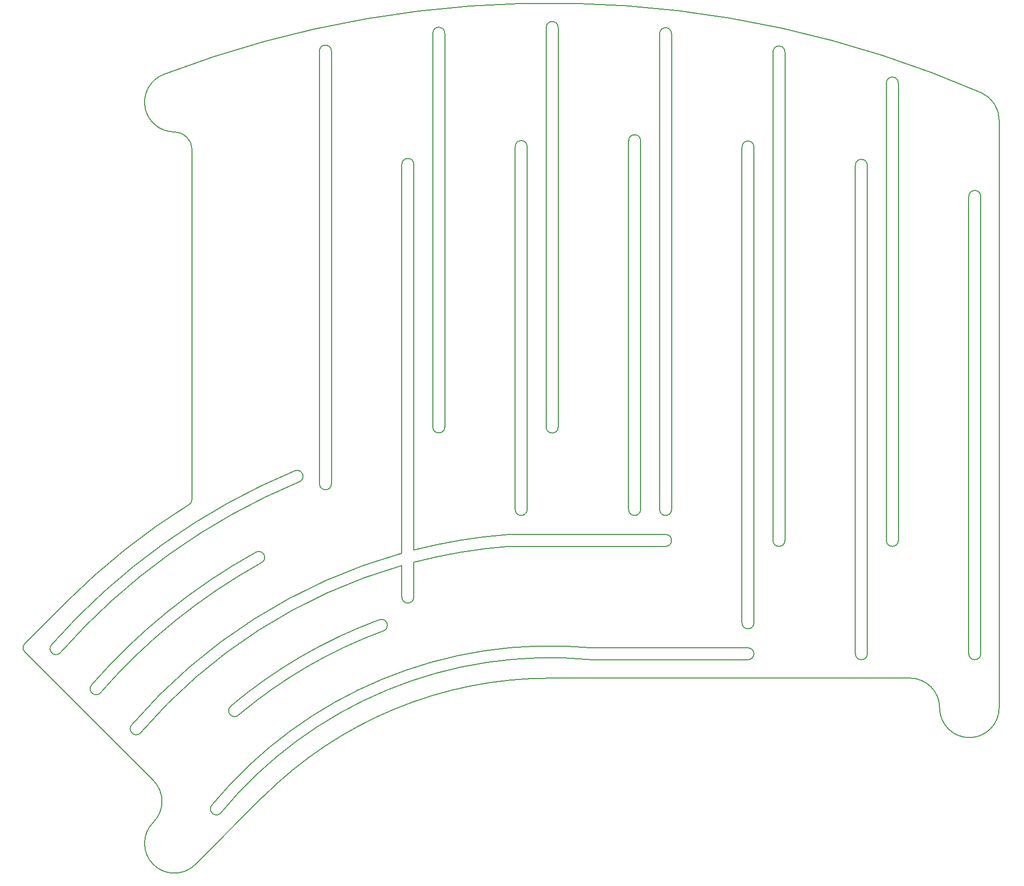
<source format=gm1>
%TF.GenerationSoftware,KiCad,Pcbnew,5.1.12-84ad8e8a86~92~ubuntu20.04.1*%
%TF.CreationDate,2021-11-14T20:34:32+01:00*%
%TF.ProjectId,LergoBottomPlate,4c657267-6f42-46f7-9474-6f6d506c6174,v1.A*%
%TF.SameCoordinates,Original*%
%TF.FileFunction,Profile,NP*%
%FSLAX46Y46*%
G04 Gerber Fmt 4.6, Leading zero omitted, Abs format (unit mm)*
G04 Created by KiCad (PCBNEW 5.1.12-84ad8e8a86~92~ubuntu20.04.1) date 2021-11-14 20:34:32*
%MOMM*%
%LPD*%
G01*
G04 APERTURE LIST*
%TA.AperFunction,Profile*%
%ADD10C,0.150000*%
%TD*%
G04 APERTURE END LIST*
D10*
X138873750Y-92025000D02*
X138873750Y-110206926D01*
X86208585Y-134229858D02*
X86211497Y-134232392D01*
X84794378Y-132815642D02*
X84797283Y-132818178D01*
X79473420Y-127494658D02*
X79476305Y-127497200D01*
X78062091Y-126082986D02*
X78059211Y-126080443D01*
X118929276Y-96869708D02*
G75*
G02*
X119580412Y-98760746I325568J-945519D01*
G01*
X133010941Y-121957239D02*
G75*
G02*
X133856177Y-123769855I422618J-906308D01*
G01*
X112409967Y-110544283D02*
G75*
G02*
X113255203Y-112356899I422618J-906308D01*
G01*
X108059329Y-136496902D02*
G75*
G03*
X109473543Y-137911116I707107J-707107D01*
G01*
X105002860Y-153023755D02*
G75*
G03*
X106417074Y-154437969I707107J-707107D01*
G01*
X91532475Y-139553371D02*
G75*
G03*
X92946689Y-140967585I707107J-707107D01*
G01*
X84797283Y-132818178D02*
G75*
G03*
X86211497Y-134232392I707107J-707107D01*
G01*
X78062091Y-126082986D02*
G75*
G03*
X79476305Y-127497200I707107J-707107D01*
G01*
X108057115Y-136494284D02*
G75*
G02*
X133010941Y-121957239I53703266J-63499316D01*
G01*
X109471338Y-137908498D02*
G75*
G02*
X133856177Y-123769855I52289043J-62085102D01*
G01*
X86208585Y-134229857D02*
G75*
G02*
X113255203Y-112356899I75551796J-65763743D01*
G01*
X84794377Y-132815642D02*
G75*
G02*
X112409967Y-110544283I76966004J-67177958D01*
G01*
X234214126Y-33343544D02*
G75*
G02*
X237220381Y-37928844I-1993745J-4585300D01*
G01*
X102174433Y-163064671D02*
G75*
G02*
X95103365Y-155993603I-3535534J3535534D01*
G01*
X73524849Y-127344017D02*
G75*
G02*
X73524848Y-125929806I707105J707106D01*
G01*
X196023750Y-122445000D02*
G75*
G02*
X194023750Y-122445000I-1000000J0D01*
G01*
X182176250Y-103395000D02*
G75*
G02*
X180176250Y-103395000I-1000000J0D01*
G01*
X194023750Y-89025000D02*
X194023750Y-122445000D01*
X180176250Y-89025000D02*
X180176250Y-103395000D01*
X182176250Y-103395000D02*
X182176250Y-89025000D01*
X196023750Y-122445000D02*
X196023750Y-89025000D01*
X218276250Y-62925000D02*
X218276250Y-31716945D01*
X220276250Y-62925000D02*
X220276250Y-31716945D01*
X232123750Y-62925000D02*
X232123750Y-50766945D01*
X234123750Y-62925000D02*
X234123750Y-50766945D01*
X199226250Y-62925000D02*
X199226250Y-26492464D01*
X201226250Y-62925000D02*
X201226250Y-26492464D01*
X213073750Y-62925000D02*
X213073750Y-45542464D01*
X215073750Y-62925000D02*
X215073750Y-45542464D01*
X232123750Y-127643750D02*
X232123750Y-101025000D01*
X234123750Y-101025000D02*
X234123750Y-127643750D01*
X213073750Y-127643750D02*
X213073750Y-101025000D01*
X215073750Y-101025000D02*
X215073750Y-127643750D01*
X218276250Y-108595000D02*
X218276250Y-101025000D01*
X220276250Y-101025000D02*
X220276250Y-108595000D01*
X199226250Y-108595000D02*
X199226250Y-101025000D01*
X201226250Y-101025000D02*
X201226250Y-108595000D01*
X220276250Y-108595000D02*
G75*
G02*
X218276250Y-108595000I-1000000J0D01*
G01*
X201226250Y-108595000D02*
G75*
G02*
X199226250Y-108595000I-1000000J0D01*
G01*
X234123750Y-127643750D02*
G75*
G02*
X232123750Y-127643750I-1000000J0D01*
G01*
X215073750Y-127643750D02*
G75*
G02*
X213073750Y-127643750I-1000000J0D01*
G01*
X78059211Y-126080443D02*
G75*
G02*
X118929276Y-96869708I83701170J-73913157D01*
G01*
X79473420Y-127494658D02*
G75*
G02*
X119580412Y-98760746I82286961J-72498942D01*
G01*
X136873750Y-92025000D02*
X136873753Y-110740587D01*
X91530575Y-139551736D02*
G75*
G02*
X136873753Y-110740587I70229806J-60441864D01*
G01*
X92944792Y-140965958D02*
G75*
G02*
X136873800Y-112812720I68815589J-59027642D01*
G01*
X138873750Y-118120000D02*
X138873750Y-112266453D01*
X136873750Y-118120000D02*
X136873800Y-112812720D01*
X125026250Y-99070000D02*
X125026250Y-92025000D01*
X123026250Y-92025000D02*
X123026250Y-99070000D01*
X136873750Y-45385557D02*
X136873750Y-53925000D01*
X138873750Y-53925000D02*
X138873750Y-45385557D01*
X123026250Y-53925000D02*
X123026250Y-26335557D01*
X125026250Y-26335557D02*
X125026250Y-53925000D01*
X142076250Y-23337715D02*
X142076250Y-51425000D01*
X144076250Y-51425000D02*
X144076250Y-23337715D01*
X155923750Y-42387715D02*
X155923750Y-51425000D01*
X157923750Y-51425000D02*
X157923750Y-42387715D01*
X180176250Y-23414850D02*
X180176250Y-50925000D01*
X182176250Y-50925000D02*
X182176250Y-23414850D01*
X194023750Y-50925000D02*
X194023750Y-42464850D01*
X196023750Y-50925000D02*
X196023750Y-42464850D01*
X161126250Y-44925000D02*
X161126250Y-22375000D01*
X163126250Y-44925000D02*
X163126250Y-22375000D01*
X174973750Y-44925000D02*
X174973750Y-41400750D01*
X176973750Y-44925000D02*
X176973750Y-41400750D01*
X142076250Y-70475000D02*
X142076250Y-89525000D01*
X144076250Y-70475000D02*
X144076250Y-89525000D01*
X155923750Y-70475000D02*
X155923750Y-103395000D01*
X157923750Y-103395000D02*
X157923750Y-70475000D01*
X157923750Y-103395000D02*
G75*
G02*
X155923750Y-103395000I-1000000J0D01*
G01*
X161126250Y-89545000D02*
X161126250Y-83025000D01*
X163126250Y-83025000D02*
X163126250Y-89545000D01*
X174973750Y-103395000D02*
X174973750Y-83025000D01*
X176973750Y-83025000D02*
X176973750Y-103395000D01*
X195023749Y-128645000D02*
X168683749Y-128645001D01*
X168683749Y-126645000D02*
X195023750Y-126645000D01*
X154836251Y-109595001D02*
X181176250Y-109595000D01*
X154836251Y-107595001D02*
X181176250Y-107595000D01*
X138873750Y-110206926D02*
G75*
G02*
X154836251Y-107595001I22886631J-89786674D01*
G01*
X138873750Y-112266453D02*
G75*
G02*
X154836251Y-109595001I22886631J-87727147D01*
G01*
X181176250Y-107595000D02*
G75*
G02*
X181176250Y-109595000I0J-1000000D01*
G01*
X195023750Y-126645000D02*
G75*
G02*
X195023749Y-128645000I0J-1000000D01*
G01*
X105000938Y-153022165D02*
G75*
G02*
X168683749Y-126645000I56759443J-46971435D01*
G01*
X106415144Y-154436380D02*
G75*
G02*
X168683749Y-128645001I55345237J-45557220D01*
G01*
X125026250Y-99070000D02*
G75*
G02*
X123026250Y-99070000I-1000000J0D01*
G01*
X138873750Y-118120000D02*
G75*
G02*
X136873750Y-118120000I-1000000J0D01*
G01*
X144076250Y-89525000D02*
G75*
G02*
X142076250Y-89525000I-1000000J0D01*
G01*
X163126250Y-89545000D02*
G75*
G02*
X161126250Y-89545000I-1000000J0D01*
G01*
X176973750Y-103395000D02*
G75*
G02*
X174973750Y-103395000I-1000000J0D01*
G01*
X232123750Y-50766945D02*
G75*
G02*
X234123750Y-50766945I1000000J0D01*
G01*
X218276250Y-31716945D02*
G75*
G02*
X220276250Y-31716945I1000000J0D01*
G01*
X213073750Y-45542464D02*
G75*
G02*
X215073750Y-45542464I1000000J0D01*
G01*
X199226250Y-26492464D02*
G75*
G02*
X201226250Y-26492464I1000000J0D01*
G01*
X194023750Y-42464850D02*
G75*
G02*
X196023750Y-42464850I1000000J0D01*
G01*
X180176250Y-23414850D02*
G75*
G02*
X182176250Y-23414850I1000000J0D01*
G01*
X174973750Y-41400750D02*
G75*
G02*
X176973750Y-41400750I1000000J0D01*
G01*
X161126250Y-22375000D02*
G75*
G02*
X163126250Y-22375000I1000000J0D01*
G01*
X155923750Y-42387715D02*
G75*
G02*
X157923750Y-42387715I1000000J0D01*
G01*
X142076250Y-23337715D02*
G75*
G02*
X144076250Y-23337715I1000000J0D01*
G01*
X136873750Y-45385557D02*
G75*
G02*
X138873750Y-45385557I1000000J0D01*
G01*
X123026250Y-26335557D02*
G75*
G02*
X125026250Y-26335557I1000000J0D01*
G01*
X95103365Y-148922535D02*
G75*
G02*
X95103365Y-155993603I-3535534J-3535534D01*
G01*
X98641295Y-39932170D02*
G75*
G02*
X101614896Y-42905771I0J-2973601D01*
G01*
X98641295Y-39932170D02*
G75*
G02*
X96852971Y-30262004I-2396J4999999D01*
G01*
X222220381Y-131740000D02*
G75*
G02*
X227220381Y-136740000I0J-5000000D01*
G01*
X237220381Y-136740000D02*
G75*
G02*
X227220381Y-136740000I-5000000J0D01*
G01*
X101614896Y-101696929D02*
G75*
G02*
X101143092Y-102545766I-1000000J286D01*
G01*
X101614896Y-42905771D02*
X101614896Y-101696929D01*
X96852971Y-30262005D02*
G75*
G02*
X234214126Y-33343544I64907410J-169731595D01*
G01*
X80612709Y-118841943D02*
G75*
G02*
X101143092Y-102545766I81147672J-81151657D01*
G01*
X73524848Y-125929806D02*
X80612709Y-118841943D01*
X95103365Y-148922535D02*
X73524849Y-127344017D01*
X113500343Y-151733562D02*
X102174433Y-163064671D01*
X113500343Y-151733562D02*
G75*
G02*
X161760381Y-131743600I48260038J-48260038D01*
G01*
X161760381Y-131743600D02*
X222220381Y-131740000D01*
X237220381Y-37928844D02*
X237220381Y-136740000D01*
X199226250Y-62925000D02*
X199226250Y-81975000D01*
X215073750Y-62925000D02*
X215073750Y-81975000D01*
X201226250Y-62925000D02*
X201226250Y-81975000D01*
X213073750Y-62925000D02*
X213073750Y-81975000D01*
X218276250Y-81975000D02*
X218276250Y-101025000D01*
X234123750Y-81975000D02*
X234123750Y-101025000D01*
X220276250Y-81975000D02*
X220276250Y-101025000D01*
X232123750Y-81975000D02*
X232123750Y-101025000D01*
X199226250Y-81975000D02*
X199226250Y-101025000D01*
X215073750Y-81975000D02*
X215073750Y-101025000D01*
X201226250Y-81975000D02*
X201226250Y-101025000D01*
X213073750Y-81975000D02*
X213073750Y-101025000D01*
X180176250Y-69975000D02*
X180176250Y-89025000D01*
X196023750Y-69975000D02*
X196023750Y-89025000D01*
X182176250Y-69975000D02*
X182176250Y-89025000D01*
X194023750Y-69975000D02*
X194023750Y-89025000D01*
X161126250Y-63975000D02*
X161126250Y-83025000D01*
X176973750Y-63975000D02*
X176973750Y-83025000D01*
X163126250Y-63975000D02*
X163126250Y-83025000D01*
X174973750Y-63975000D02*
X174973750Y-83025000D01*
X123026250Y-53925000D02*
X123026250Y-72975000D01*
X138873750Y-53925000D02*
X138873750Y-72975000D01*
X125026250Y-53925000D02*
X125026250Y-72975000D01*
X136873750Y-53925000D02*
X136873750Y-72975000D01*
X142076250Y-51425000D02*
X142076250Y-70475000D01*
X157923750Y-51425000D02*
X157923750Y-70475000D01*
X144076250Y-51425000D02*
X144076250Y-70475000D01*
X155923750Y-51425000D02*
X155923750Y-70475000D01*
X161126250Y-44925000D02*
X161126250Y-63975000D01*
X176973750Y-44925000D02*
X176973750Y-63975000D01*
X163126250Y-44925000D02*
X163126250Y-63975000D01*
X174973750Y-44925000D02*
X174973750Y-63975000D01*
X180176250Y-50925000D02*
X180176250Y-69975000D01*
X196023750Y-50925000D02*
X196023750Y-69975000D01*
X182176250Y-50925000D02*
X182176250Y-69975000D01*
X194023750Y-50925000D02*
X194023750Y-69975000D01*
X218276250Y-62925000D02*
X218276250Y-81975000D01*
X234123750Y-62925000D02*
X234123750Y-81975000D01*
X220276250Y-62925000D02*
X220276250Y-81975000D01*
X232123750Y-62925000D02*
X232123750Y-81975000D01*
X123026250Y-72975000D02*
X123026250Y-92025000D01*
X138873750Y-72975000D02*
X138873750Y-92025000D01*
X125026250Y-72975000D02*
X125026250Y-92025000D01*
X136873750Y-72975000D02*
X136873750Y-92025000D01*
M02*

</source>
